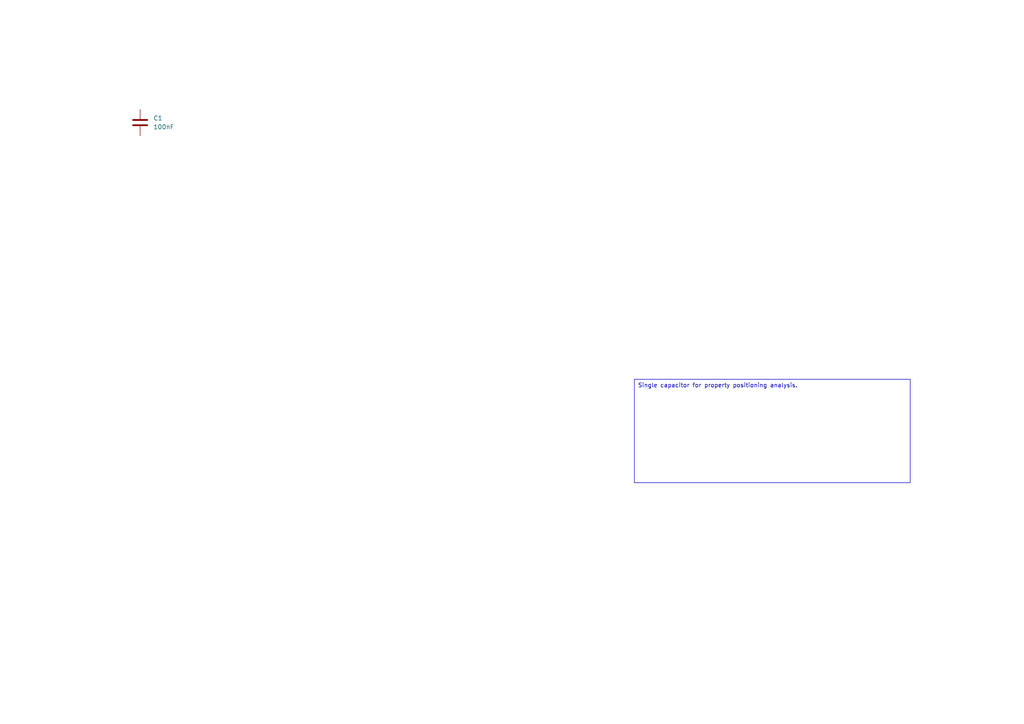
<source format=kicad_sch>
(kicad_sch (version 20250114) (generator "eeschema") (generator_version "9.0")
  (paper "A4")
  (title_block (title "capacitor_reference"))
  (lib_symbols
    (symbol "Device:C" (pin_numbers (hide yes)) (pin_names (offset 0.254))
      (property "Reference" "C" (at 0.635 2.54 0))
      (property "Value" "C" (at 0.635 -2.54 0))
      (symbol "C_0_1"
        (polyline (pts (xy -2.032 0.762) (xy 2.032 0.762)) (stroke (width 0.508)))
        (polyline (pts (xy -2.032 -0.762) (xy 2.032 -0.762)) (stroke (width 0.508)))
      )
      (symbol "C_1_1"
        (pin passive line (at 0 3.81 270) (length 2.794) (name "~") (number "1"))
        (pin passive line (at 0 -3.81 90) (length 2.794) (name "~") (number "2"))
      )
    )
  )
  (text_box "Single capacitor for property positioning analysis." (at 184 110 0) (size 80 30) (margins 1 1 1 1) (effects (font (size 1.2 1.2)) (justify left top)))
  (symbol (lib_id "Device:C") (at 40.64 35.56 0) (unit 1)
    (property "Reference" "C1" (at 44.45 34.2899 0) (effects (justify left)))
    (property "Value" "100nF" (at 44.45 36.8299 0) (effects (justify left)))
    (property "Footprint" "Capacitor_SMD:C_0603_1608Metric" (effects (hide yes)))
    (property "Description" "Unpolarized capacitor" (effects (hide yes)))
  )
)
</source>
